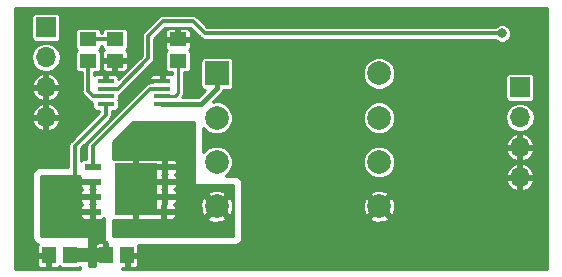
<source format=gbl>
G04 #@! TF.GenerationSoftware,KiCad,Pcbnew,5.0.0-rc2-unknown-r13164-44c1f578*
G04 #@! TF.CreationDate,2018-07-01T17:53:07+03:00*
G04 #@! TF.ProjectId,nixie-ps,6E697869652D70732E6B696361645F70,rev?*
G04 #@! TF.SameCoordinates,Original*
G04 #@! TF.FileFunction,Copper,L2,Bot,Signal*
G04 #@! TF.FilePolarity,Positive*
%FSLAX46Y46*%
G04 Gerber Fmt 4.6, Leading zero omitted, Abs format (unit mm)*
G04 Created by KiCad (PCBNEW 5.0.0-rc2-unknown-r13164-44c1f578) date Sun Jul  1 17:53:07 2018*
%MOMM*%
%LPD*%
G01*
G04 APERTURE LIST*
G04 #@! TA.AperFunction,SMDPad,CuDef*
%ADD10R,1.450000X0.450000*%
G04 #@! TD*
G04 #@! TA.AperFunction,SMDPad,CuDef*
%ADD11R,1.150000X1.450000*%
G04 #@! TD*
G04 #@! TA.AperFunction,ComponentPad*
%ADD12C,2.000000*%
G04 #@! TD*
G04 #@! TA.AperFunction,ComponentPad*
%ADD13R,2.000000X2.000000*%
G04 #@! TD*
G04 #@! TA.AperFunction,SMDPad,CuDef*
%ADD14R,1.350000X0.600000*%
G04 #@! TD*
G04 #@! TA.AperFunction,SMDPad,CuDef*
%ADD15R,3.545000X4.410000*%
G04 #@! TD*
G04 #@! TA.AperFunction,SMDPad,CuDef*
%ADD16R,1.450000X1.150000*%
G04 #@! TD*
G04 #@! TA.AperFunction,ComponentPad*
%ADD17R,1.700000X1.700000*%
G04 #@! TD*
G04 #@! TA.AperFunction,ComponentPad*
%ADD18O,1.700000X1.700000*%
G04 #@! TD*
G04 #@! TA.AperFunction,ViaPad*
%ADD19C,0.800000*%
G04 #@! TD*
G04 #@! TA.AperFunction,Conductor*
%ADD20C,0.400000*%
G04 #@! TD*
G04 #@! TA.AperFunction,Conductor*
%ADD21C,0.300000*%
G04 #@! TD*
G04 #@! TA.AperFunction,Conductor*
%ADD22C,1.200000*%
G04 #@! TD*
G04 #@! TA.AperFunction,Conductor*
%ADD23C,0.250000*%
G04 #@! TD*
G04 #@! TA.AperFunction,Conductor*
%ADD24C,0.254000*%
G04 #@! TD*
G04 APERTURE END LIST*
D10*
G04 #@! TO.P,U1,1*
G04 #@! TO.N,/ISEN*
X105128000Y-107584000D03*
G04 #@! TO.P,U1,2*
G04 #@! TO.N,/COMP*
X105128000Y-106934000D03*
G04 #@! TO.P,U1,3*
G04 #@! TO.N,/FB*
X105128000Y-106284000D03*
G04 #@! TO.P,U1,4*
G04 #@! TO.N,GND*
X105128000Y-105634000D03*
G04 #@! TO.P,U1,5*
X109928000Y-105634000D03*
G04 #@! TO.P,U1,6*
G04 #@! TO.N,/DR*
X109928000Y-106284000D03*
G04 #@! TO.P,U1,7*
G04 #@! TO.N,/FA*
X109928000Y-106934000D03*
G04 #@! TO.P,U1,8*
G04 #@! TO.N,/VIN*
X109928000Y-107584000D03*
G04 #@! TD*
D11*
G04 #@! TO.P,R5,1*
G04 #@! TO.N,/ISEN*
X102108000Y-120396000D03*
G04 #@! TO.P,R5,2*
G04 #@! TO.N,GND*
X100308000Y-120396000D03*
G04 #@! TD*
D12*
G04 #@! TO.P,T1,8*
G04 #@! TO.N,Net-(D1-Pad2)*
X128287000Y-105000000D03*
G04 #@! TO.P,T1,7*
G04 #@! TO.N,Net-(T1-Pad7)*
X128287000Y-108750000D03*
G04 #@! TO.P,T1,6*
G04 #@! TO.N,Net-(T1-Pad6)*
X128287000Y-112500000D03*
G04 #@! TO.P,T1,5*
G04 #@! TO.N,GND*
X128287000Y-116250000D03*
G04 #@! TO.P,T1,4*
G04 #@! TO.N,Net-(D2-Pad1)*
X114537000Y-116250000D03*
G04 #@! TO.P,T1,3*
G04 #@! TO.N,Net-(T1-Pad3)*
X114537000Y-112500000D03*
G04 #@! TO.P,T1,2*
G04 #@! TO.N,Net-(T1-Pad2)*
X114537000Y-108750000D03*
D13*
G04 #@! TO.P,T1,1*
G04 #@! TO.N,/VIN*
X114537000Y-105000000D03*
G04 #@! TD*
D14*
G04 #@! TO.P,Q1,8*
G04 #@! TO.N,Net-(D2-Pad1)*
X110048000Y-116713000D03*
G04 #@! TO.P,Q1,7*
X110096000Y-115443000D03*
G04 #@! TO.P,Q1,6*
X110096000Y-114173000D03*
G04 #@! TO.P,Q1,5*
X110143000Y-112903000D03*
D15*
X107696000Y-114808000D03*
D14*
G04 #@! TO.P,Q1,4*
G04 #@! TO.N,/DR*
X104028000Y-112903000D03*
G04 #@! TO.P,Q1,3*
G04 #@! TO.N,/ISEN*
X104028000Y-114173000D03*
G04 #@! TO.P,Q1,2*
X104028000Y-115443000D03*
G04 #@! TO.P,Q1,1*
X104028000Y-116713000D03*
G04 #@! TD*
D16*
G04 #@! TO.P,C3,1*
G04 #@! TO.N,/COMP*
X103632000Y-103908000D03*
G04 #@! TO.P,C3,2*
G04 #@! TO.N,Net-(C3-Pad2)*
X103632000Y-102108000D03*
G04 #@! TD*
D11*
G04 #@! TO.P,C4,1*
G04 #@! TO.N,/ISEN*
X105156000Y-120396000D03*
G04 #@! TO.P,C4,2*
G04 #@! TO.N,GND*
X106956000Y-120396000D03*
G04 #@! TD*
D16*
G04 #@! TO.P,R3,2*
G04 #@! TO.N,GND*
X105918000Y-103908000D03*
G04 #@! TO.P,R3,1*
G04 #@! TO.N,Net-(C3-Pad2)*
X105918000Y-102108000D03*
G04 #@! TD*
G04 #@! TO.P,R4,2*
G04 #@! TO.N,GND*
X111252000Y-102108000D03*
G04 #@! TO.P,R4,1*
G04 #@! TO.N,/FA*
X111252000Y-103908000D03*
G04 #@! TD*
D17*
G04 #@! TO.P,J1,1*
G04 #@! TO.N,/VIN*
X100076000Y-101092000D03*
D18*
G04 #@! TO.P,J1,2*
X100076000Y-103632000D03*
G04 #@! TO.P,J1,3*
G04 #@! TO.N,GND*
X100076000Y-106172000D03*
G04 #@! TO.P,J1,4*
X100076000Y-108712000D03*
G04 #@! TD*
G04 #@! TO.P,J2,4*
G04 #@! TO.N,GND*
X140208000Y-113792000D03*
G04 #@! TO.P,J2,3*
X140208000Y-111252000D03*
G04 #@! TO.P,J2,2*
G04 #@! TO.N,/VOUT*
X140208000Y-108712000D03*
D17*
G04 #@! TO.P,J2,1*
X140208000Y-106172000D03*
G04 #@! TD*
D19*
G04 #@! TO.N,GND*
X98298000Y-119761000D03*
X98298000Y-120967500D03*
X134366000Y-103949500D03*
X135763000Y-103949500D03*
X137033000Y-103949500D03*
X115316000Y-100330000D03*
X117094000Y-100330000D03*
X119126000Y-100330000D03*
X116332000Y-107950000D03*
X116332000Y-109474000D03*
X116332000Y-110998000D03*
X98298000Y-118618000D03*
X98298000Y-117348000D03*
X108458000Y-105156000D03*
X109474000Y-104394000D03*
X116332000Y-112522000D03*
X133096000Y-104000000D03*
G04 #@! TO.N,Net-(D2-Pad1)*
X106172000Y-111760000D03*
X107696000Y-111760000D03*
X109220000Y-111760000D03*
X110744000Y-111760000D03*
X111760000Y-111252000D03*
X111760000Y-112776000D03*
X111760000Y-114300000D03*
X113284000Y-114808000D03*
X111760000Y-115824000D03*
X112776000Y-115824000D03*
X112268000Y-118237000D03*
X112268000Y-116840000D03*
X106362500Y-118237000D03*
X107696000Y-118237000D03*
X109220000Y-118237000D03*
X110744000Y-118237000D03*
X113792000Y-118237000D03*
X115316000Y-118237000D03*
X108712000Y-110744000D03*
X110236000Y-110744000D03*
G04 #@! TO.N,/FB*
X138684000Y-101600000D03*
G04 #@! TO.N,/ISEN*
X100076000Y-115316000D03*
X101092000Y-115316000D03*
X102108000Y-115316000D03*
G04 #@! TD*
D20*
G04 #@! TO.N,/VIN*
X114537000Y-106250000D02*
X114537000Y-105000000D01*
X113203000Y-107584000D02*
X114537000Y-106250000D01*
X109928000Y-107584000D02*
X113203000Y-107584000D01*
D21*
G04 #@! TO.N,Net-(C3-Pad2)*
X105918000Y-102108000D02*
X103632000Y-102108000D01*
G04 #@! TO.N,/FB*
X138684000Y-101600000D02*
X113538000Y-101600000D01*
X112522000Y-100584000D02*
X109982000Y-100584000D01*
X113538000Y-101600000D02*
X112522000Y-100584000D01*
X109982000Y-100584000D02*
X108712000Y-101854000D01*
X106153000Y-106284000D02*
X105128000Y-106284000D01*
X108712000Y-103725000D02*
X106153000Y-106284000D01*
X108712000Y-101854000D02*
X108712000Y-103725000D01*
D22*
G04 #@! TO.N,/ISEN*
X102108000Y-120396000D02*
X105156000Y-120396000D01*
D21*
X102507999Y-114916001D02*
X102507999Y-111106001D01*
X102108000Y-115316000D02*
X102507999Y-114916001D01*
X105128000Y-108486000D02*
X105128000Y-107584000D01*
X102507999Y-111106001D02*
X105128000Y-108486000D01*
G04 #@! TO.N,/DR*
X104028000Y-112303000D02*
X104028000Y-112903000D01*
X104028000Y-111159000D02*
X104028000Y-112303000D01*
X108903000Y-106284000D02*
X104028000Y-111159000D01*
X109928000Y-106284000D02*
X108903000Y-106284000D01*
G04 #@! TO.N,/COMP*
X104103000Y-106934000D02*
X105128000Y-106934000D01*
X103632000Y-106463000D02*
X104103000Y-106934000D01*
X103632000Y-103654000D02*
X103632000Y-106463000D01*
D23*
G04 #@! TO.N,/FA*
X111252000Y-103770000D02*
X111252000Y-106680000D01*
X110998000Y-106934000D02*
X109928000Y-106934000D01*
X111252000Y-106680000D02*
X110998000Y-106934000D01*
G04 #@! TD*
D24*
G04 #@! TO.N,Net-(D2-Pad1)*
G36*
X112649000Y-114300000D02*
X112658667Y-114348601D01*
X112686197Y-114389803D01*
X112727399Y-114417333D01*
X112776000Y-114427000D01*
X115951000Y-114427000D01*
X115951000Y-118745000D01*
X105791000Y-118745000D01*
X105791000Y-117370508D01*
X105847715Y-117394000D01*
X107473750Y-117394000D01*
X107569000Y-117298750D01*
X107569000Y-114935000D01*
X107549000Y-114935000D01*
X107549000Y-114681000D01*
X107569000Y-114681000D01*
X107569000Y-112317250D01*
X107823000Y-112317250D01*
X107823000Y-114681000D01*
X107843000Y-114681000D01*
X107843000Y-114935000D01*
X107823000Y-114935000D01*
X107823000Y-117298750D01*
X107918250Y-117394000D01*
X109825750Y-117394000D01*
X109921000Y-117298750D01*
X109921000Y-116840000D01*
X110175000Y-116840000D01*
X110175000Y-117298750D01*
X110270250Y-117394000D01*
X110798785Y-117394000D01*
X110938819Y-117335996D01*
X111011073Y-117263742D01*
X113702863Y-117263742D01*
X113815485Y-117459146D01*
X114333126Y-117643217D01*
X114881806Y-117615184D01*
X115258515Y-117459146D01*
X115371137Y-117263742D01*
X114537000Y-116429605D01*
X113702863Y-117263742D01*
X111011073Y-117263742D01*
X111045996Y-117228820D01*
X111104000Y-117088786D01*
X111104000Y-116935250D01*
X111008750Y-116840000D01*
X110175000Y-116840000D01*
X109921000Y-116840000D01*
X109901000Y-116840000D01*
X109901000Y-116586000D01*
X109921000Y-116586000D01*
X109921000Y-116127250D01*
X110175000Y-116127250D01*
X110175000Y-116586000D01*
X111008750Y-116586000D01*
X111104000Y-116490750D01*
X111104000Y-116337214D01*
X111045996Y-116197180D01*
X110938819Y-116090004D01*
X110933839Y-116087941D01*
X110986819Y-116065996D01*
X111006689Y-116046126D01*
X113143783Y-116046126D01*
X113171816Y-116594806D01*
X113327854Y-116971515D01*
X113523258Y-117084137D01*
X114357395Y-116250000D01*
X114716605Y-116250000D01*
X115550742Y-117084137D01*
X115746146Y-116971515D01*
X115930217Y-116453874D01*
X115902184Y-115905194D01*
X115746146Y-115528485D01*
X115550742Y-115415863D01*
X114716605Y-116250000D01*
X114357395Y-116250000D01*
X113523258Y-115415863D01*
X113327854Y-115528485D01*
X113143783Y-116046126D01*
X111006689Y-116046126D01*
X111093996Y-115958820D01*
X111152000Y-115818786D01*
X111152000Y-115665250D01*
X111056750Y-115570000D01*
X110223000Y-115570000D01*
X110223000Y-116028750D01*
X110248250Y-116054000D01*
X110175000Y-116127250D01*
X109921000Y-116127250D01*
X109895750Y-116102000D01*
X109969000Y-116028750D01*
X109969000Y-115570000D01*
X109949000Y-115570000D01*
X109949000Y-115316000D01*
X109969000Y-115316000D01*
X109969000Y-114857250D01*
X109919750Y-114808000D01*
X109969000Y-114758750D01*
X109969000Y-114300000D01*
X110223000Y-114300000D01*
X110223000Y-114758750D01*
X110272250Y-114808000D01*
X110223000Y-114857250D01*
X110223000Y-115316000D01*
X111056750Y-115316000D01*
X111136492Y-115236258D01*
X113702863Y-115236258D01*
X114537000Y-116070395D01*
X115371137Y-115236258D01*
X115258515Y-115040854D01*
X114740874Y-114856783D01*
X114192194Y-114884816D01*
X113815485Y-115040854D01*
X113702863Y-115236258D01*
X111136492Y-115236258D01*
X111152000Y-115220750D01*
X111152000Y-115067214D01*
X111093996Y-114927180D01*
X110986819Y-114820004D01*
X110957839Y-114808000D01*
X110986819Y-114795996D01*
X111093996Y-114688820D01*
X111152000Y-114548786D01*
X111152000Y-114395250D01*
X111056750Y-114300000D01*
X110223000Y-114300000D01*
X109969000Y-114300000D01*
X109949000Y-114300000D01*
X109949000Y-114046000D01*
X109969000Y-114046000D01*
X109969000Y-113587250D01*
X110223000Y-113587250D01*
X110223000Y-114046000D01*
X111056750Y-114046000D01*
X111152000Y-113950750D01*
X111152000Y-113797214D01*
X111093996Y-113657180D01*
X110986819Y-113550004D01*
X110981339Y-113547734D01*
X111033819Y-113525996D01*
X111140996Y-113418820D01*
X111199000Y-113278786D01*
X111199000Y-113125250D01*
X111103750Y-113030000D01*
X110270000Y-113030000D01*
X110270000Y-113488750D01*
X110295750Y-113514500D01*
X110223000Y-113587250D01*
X109969000Y-113587250D01*
X109943250Y-113561500D01*
X110016000Y-113488750D01*
X110016000Y-113030000D01*
X109996000Y-113030000D01*
X109996000Y-112776000D01*
X110016000Y-112776000D01*
X110016000Y-112317250D01*
X110270000Y-112317250D01*
X110270000Y-112776000D01*
X111103750Y-112776000D01*
X111199000Y-112680750D01*
X111199000Y-112527214D01*
X111140996Y-112387180D01*
X111033819Y-112280004D01*
X110893785Y-112222000D01*
X110365250Y-112222000D01*
X110270000Y-112317250D01*
X110016000Y-112317250D01*
X109920750Y-112222000D01*
X107918250Y-112222000D01*
X107823000Y-112317250D01*
X107569000Y-112317250D01*
X107473750Y-112222000D01*
X105847715Y-112222000D01*
X105791000Y-112245492D01*
X105791000Y-110796606D01*
X107494606Y-109093000D01*
X112649000Y-109093000D01*
X112649000Y-114300000D01*
X112649000Y-114300000D01*
G37*
X112649000Y-114300000D02*
X112658667Y-114348601D01*
X112686197Y-114389803D01*
X112727399Y-114417333D01*
X112776000Y-114427000D01*
X115951000Y-114427000D01*
X115951000Y-118745000D01*
X105791000Y-118745000D01*
X105791000Y-117370508D01*
X105847715Y-117394000D01*
X107473750Y-117394000D01*
X107569000Y-117298750D01*
X107569000Y-114935000D01*
X107549000Y-114935000D01*
X107549000Y-114681000D01*
X107569000Y-114681000D01*
X107569000Y-112317250D01*
X107823000Y-112317250D01*
X107823000Y-114681000D01*
X107843000Y-114681000D01*
X107843000Y-114935000D01*
X107823000Y-114935000D01*
X107823000Y-117298750D01*
X107918250Y-117394000D01*
X109825750Y-117394000D01*
X109921000Y-117298750D01*
X109921000Y-116840000D01*
X110175000Y-116840000D01*
X110175000Y-117298750D01*
X110270250Y-117394000D01*
X110798785Y-117394000D01*
X110938819Y-117335996D01*
X111011073Y-117263742D01*
X113702863Y-117263742D01*
X113815485Y-117459146D01*
X114333126Y-117643217D01*
X114881806Y-117615184D01*
X115258515Y-117459146D01*
X115371137Y-117263742D01*
X114537000Y-116429605D01*
X113702863Y-117263742D01*
X111011073Y-117263742D01*
X111045996Y-117228820D01*
X111104000Y-117088786D01*
X111104000Y-116935250D01*
X111008750Y-116840000D01*
X110175000Y-116840000D01*
X109921000Y-116840000D01*
X109901000Y-116840000D01*
X109901000Y-116586000D01*
X109921000Y-116586000D01*
X109921000Y-116127250D01*
X110175000Y-116127250D01*
X110175000Y-116586000D01*
X111008750Y-116586000D01*
X111104000Y-116490750D01*
X111104000Y-116337214D01*
X111045996Y-116197180D01*
X110938819Y-116090004D01*
X110933839Y-116087941D01*
X110986819Y-116065996D01*
X111006689Y-116046126D01*
X113143783Y-116046126D01*
X113171816Y-116594806D01*
X113327854Y-116971515D01*
X113523258Y-117084137D01*
X114357395Y-116250000D01*
X114716605Y-116250000D01*
X115550742Y-117084137D01*
X115746146Y-116971515D01*
X115930217Y-116453874D01*
X115902184Y-115905194D01*
X115746146Y-115528485D01*
X115550742Y-115415863D01*
X114716605Y-116250000D01*
X114357395Y-116250000D01*
X113523258Y-115415863D01*
X113327854Y-115528485D01*
X113143783Y-116046126D01*
X111006689Y-116046126D01*
X111093996Y-115958820D01*
X111152000Y-115818786D01*
X111152000Y-115665250D01*
X111056750Y-115570000D01*
X110223000Y-115570000D01*
X110223000Y-116028750D01*
X110248250Y-116054000D01*
X110175000Y-116127250D01*
X109921000Y-116127250D01*
X109895750Y-116102000D01*
X109969000Y-116028750D01*
X109969000Y-115570000D01*
X109949000Y-115570000D01*
X109949000Y-115316000D01*
X109969000Y-115316000D01*
X109969000Y-114857250D01*
X109919750Y-114808000D01*
X109969000Y-114758750D01*
X109969000Y-114300000D01*
X110223000Y-114300000D01*
X110223000Y-114758750D01*
X110272250Y-114808000D01*
X110223000Y-114857250D01*
X110223000Y-115316000D01*
X111056750Y-115316000D01*
X111136492Y-115236258D01*
X113702863Y-115236258D01*
X114537000Y-116070395D01*
X115371137Y-115236258D01*
X115258515Y-115040854D01*
X114740874Y-114856783D01*
X114192194Y-114884816D01*
X113815485Y-115040854D01*
X113702863Y-115236258D01*
X111136492Y-115236258D01*
X111152000Y-115220750D01*
X111152000Y-115067214D01*
X111093996Y-114927180D01*
X110986819Y-114820004D01*
X110957839Y-114808000D01*
X110986819Y-114795996D01*
X111093996Y-114688820D01*
X111152000Y-114548786D01*
X111152000Y-114395250D01*
X111056750Y-114300000D01*
X110223000Y-114300000D01*
X109969000Y-114300000D01*
X109949000Y-114300000D01*
X109949000Y-114046000D01*
X109969000Y-114046000D01*
X109969000Y-113587250D01*
X110223000Y-113587250D01*
X110223000Y-114046000D01*
X111056750Y-114046000D01*
X111152000Y-113950750D01*
X111152000Y-113797214D01*
X111093996Y-113657180D01*
X110986819Y-113550004D01*
X110981339Y-113547734D01*
X111033819Y-113525996D01*
X111140996Y-113418820D01*
X111199000Y-113278786D01*
X111199000Y-113125250D01*
X111103750Y-113030000D01*
X110270000Y-113030000D01*
X110270000Y-113488750D01*
X110295750Y-113514500D01*
X110223000Y-113587250D01*
X109969000Y-113587250D01*
X109943250Y-113561500D01*
X110016000Y-113488750D01*
X110016000Y-113030000D01*
X109996000Y-113030000D01*
X109996000Y-112776000D01*
X110016000Y-112776000D01*
X110016000Y-112317250D01*
X110270000Y-112317250D01*
X110270000Y-112776000D01*
X111103750Y-112776000D01*
X111199000Y-112680750D01*
X111199000Y-112527214D01*
X111140996Y-112387180D01*
X111033819Y-112280004D01*
X110893785Y-112222000D01*
X110365250Y-112222000D01*
X110270000Y-112317250D01*
X110016000Y-112317250D01*
X109920750Y-112222000D01*
X107918250Y-112222000D01*
X107823000Y-112317250D01*
X107569000Y-112317250D01*
X107473750Y-112222000D01*
X105847715Y-112222000D01*
X105791000Y-112245492D01*
X105791000Y-110796606D01*
X107494606Y-109093000D01*
X112649000Y-109093000D01*
X112649000Y-114300000D01*
G04 #@! TO.N,/ISEN*
G36*
X102999603Y-113730575D02*
X102972000Y-113797214D01*
X102972000Y-113950750D01*
X103067250Y-114046000D01*
X103901000Y-114046000D01*
X103901000Y-114026000D01*
X104155000Y-114026000D01*
X104155000Y-114046000D01*
X104175000Y-114046000D01*
X104175000Y-114300000D01*
X104155000Y-114300000D01*
X104155000Y-114758750D01*
X104204250Y-114808000D01*
X104155000Y-114857250D01*
X104155000Y-115316000D01*
X104175000Y-115316000D01*
X104175000Y-115570000D01*
X104155000Y-115570000D01*
X104155000Y-116028750D01*
X104204250Y-116078000D01*
X104155000Y-116127250D01*
X104155000Y-116586000D01*
X104175000Y-116586000D01*
X104175000Y-116840000D01*
X104155000Y-116840000D01*
X104155000Y-117298750D01*
X104250250Y-117394000D01*
X104778785Y-117394000D01*
X104918819Y-117335996D01*
X105025996Y-117228820D01*
X105029000Y-117221568D01*
X105029000Y-119126000D01*
X105038667Y-119174601D01*
X105066197Y-119215803D01*
X105107399Y-119243333D01*
X105156000Y-119253000D01*
X105169542Y-119253000D01*
X105214987Y-119321013D01*
X105294265Y-119373985D01*
X105283000Y-119385250D01*
X105283000Y-120269000D01*
X105303000Y-120269000D01*
X105303000Y-120523000D01*
X105283000Y-120523000D01*
X105283000Y-120543000D01*
X105029000Y-120543000D01*
X105029000Y-120523000D01*
X104295250Y-120523000D01*
X104200000Y-120618250D01*
X104200000Y-121196785D01*
X104238611Y-121290000D01*
X103759000Y-121290000D01*
X103759000Y-119595215D01*
X104200000Y-119595215D01*
X104200000Y-120173750D01*
X104295250Y-120269000D01*
X105029000Y-120269000D01*
X105029000Y-119385250D01*
X104933750Y-119290000D01*
X104505214Y-119290000D01*
X104365180Y-119348004D01*
X104258004Y-119455181D01*
X104200000Y-119595215D01*
X103759000Y-119595215D01*
X103759000Y-118872000D01*
X103749333Y-118823399D01*
X103721803Y-118782197D01*
X103680601Y-118754667D01*
X103632000Y-118745000D01*
X99695000Y-118745000D01*
X99695000Y-116935250D01*
X102972000Y-116935250D01*
X102972000Y-117088786D01*
X103030004Y-117228820D01*
X103137181Y-117335996D01*
X103277215Y-117394000D01*
X103805750Y-117394000D01*
X103901000Y-117298750D01*
X103901000Y-116840000D01*
X103067250Y-116840000D01*
X102972000Y-116935250D01*
X99695000Y-116935250D01*
X99695000Y-115665250D01*
X102972000Y-115665250D01*
X102972000Y-115818786D01*
X103030004Y-115958820D01*
X103137181Y-116065996D01*
X103166161Y-116078000D01*
X103137181Y-116090004D01*
X103030004Y-116197180D01*
X102972000Y-116337214D01*
X102972000Y-116490750D01*
X103067250Y-116586000D01*
X103901000Y-116586000D01*
X103901000Y-116127250D01*
X103851750Y-116078000D01*
X103901000Y-116028750D01*
X103901000Y-115570000D01*
X103067250Y-115570000D01*
X102972000Y-115665250D01*
X99695000Y-115665250D01*
X99695000Y-114395250D01*
X102972000Y-114395250D01*
X102972000Y-114548786D01*
X103030004Y-114688820D01*
X103137181Y-114795996D01*
X103166161Y-114808000D01*
X103137181Y-114820004D01*
X103030004Y-114927180D01*
X102972000Y-115067214D01*
X102972000Y-115220750D01*
X103067250Y-115316000D01*
X103901000Y-115316000D01*
X103901000Y-114857250D01*
X103851750Y-114808000D01*
X103901000Y-114758750D01*
X103901000Y-114300000D01*
X103067250Y-114300000D01*
X102972000Y-114395250D01*
X99695000Y-114395250D01*
X99695000Y-113665000D01*
X102901463Y-113665000D01*
X102999603Y-113730575D01*
X102999603Y-113730575D01*
G37*
X102999603Y-113730575D02*
X102972000Y-113797214D01*
X102972000Y-113950750D01*
X103067250Y-114046000D01*
X103901000Y-114046000D01*
X103901000Y-114026000D01*
X104155000Y-114026000D01*
X104155000Y-114046000D01*
X104175000Y-114046000D01*
X104175000Y-114300000D01*
X104155000Y-114300000D01*
X104155000Y-114758750D01*
X104204250Y-114808000D01*
X104155000Y-114857250D01*
X104155000Y-115316000D01*
X104175000Y-115316000D01*
X104175000Y-115570000D01*
X104155000Y-115570000D01*
X104155000Y-116028750D01*
X104204250Y-116078000D01*
X104155000Y-116127250D01*
X104155000Y-116586000D01*
X104175000Y-116586000D01*
X104175000Y-116840000D01*
X104155000Y-116840000D01*
X104155000Y-117298750D01*
X104250250Y-117394000D01*
X104778785Y-117394000D01*
X104918819Y-117335996D01*
X105025996Y-117228820D01*
X105029000Y-117221568D01*
X105029000Y-119126000D01*
X105038667Y-119174601D01*
X105066197Y-119215803D01*
X105107399Y-119243333D01*
X105156000Y-119253000D01*
X105169542Y-119253000D01*
X105214987Y-119321013D01*
X105294265Y-119373985D01*
X105283000Y-119385250D01*
X105283000Y-120269000D01*
X105303000Y-120269000D01*
X105303000Y-120523000D01*
X105283000Y-120523000D01*
X105283000Y-120543000D01*
X105029000Y-120543000D01*
X105029000Y-120523000D01*
X104295250Y-120523000D01*
X104200000Y-120618250D01*
X104200000Y-121196785D01*
X104238611Y-121290000D01*
X103759000Y-121290000D01*
X103759000Y-119595215D01*
X104200000Y-119595215D01*
X104200000Y-120173750D01*
X104295250Y-120269000D01*
X105029000Y-120269000D01*
X105029000Y-119385250D01*
X104933750Y-119290000D01*
X104505214Y-119290000D01*
X104365180Y-119348004D01*
X104258004Y-119455181D01*
X104200000Y-119595215D01*
X103759000Y-119595215D01*
X103759000Y-118872000D01*
X103749333Y-118823399D01*
X103721803Y-118782197D01*
X103680601Y-118754667D01*
X103632000Y-118745000D01*
X99695000Y-118745000D01*
X99695000Y-116935250D01*
X102972000Y-116935250D01*
X102972000Y-117088786D01*
X103030004Y-117228820D01*
X103137181Y-117335996D01*
X103277215Y-117394000D01*
X103805750Y-117394000D01*
X103901000Y-117298750D01*
X103901000Y-116840000D01*
X103067250Y-116840000D01*
X102972000Y-116935250D01*
X99695000Y-116935250D01*
X99695000Y-115665250D01*
X102972000Y-115665250D01*
X102972000Y-115818786D01*
X103030004Y-115958820D01*
X103137181Y-116065996D01*
X103166161Y-116078000D01*
X103137181Y-116090004D01*
X103030004Y-116197180D01*
X102972000Y-116337214D01*
X102972000Y-116490750D01*
X103067250Y-116586000D01*
X103901000Y-116586000D01*
X103901000Y-116127250D01*
X103851750Y-116078000D01*
X103901000Y-116028750D01*
X103901000Y-115570000D01*
X103067250Y-115570000D01*
X102972000Y-115665250D01*
X99695000Y-115665250D01*
X99695000Y-114395250D01*
X102972000Y-114395250D01*
X102972000Y-114548786D01*
X103030004Y-114688820D01*
X103137181Y-114795996D01*
X103166161Y-114808000D01*
X103137181Y-114820004D01*
X103030004Y-114927180D01*
X102972000Y-115067214D01*
X102972000Y-115220750D01*
X103067250Y-115316000D01*
X103901000Y-115316000D01*
X103901000Y-114857250D01*
X103851750Y-114808000D01*
X103901000Y-114758750D01*
X103901000Y-114300000D01*
X103067250Y-114300000D01*
X102972000Y-114395250D01*
X99695000Y-114395250D01*
X99695000Y-113665000D01*
X102901463Y-113665000D01*
X102999603Y-113730575D01*
G04 #@! TO.N,GND*
G36*
X142544001Y-121544000D02*
X106553000Y-121544000D01*
X106553000Y-121502000D01*
X106733750Y-121502000D01*
X106829000Y-121406750D01*
X106829000Y-120523000D01*
X107083000Y-120523000D01*
X107083000Y-121406750D01*
X107178250Y-121502000D01*
X107606786Y-121502000D01*
X107746820Y-121443996D01*
X107853996Y-121336819D01*
X107912000Y-121196785D01*
X107912000Y-120618250D01*
X107816750Y-120523000D01*
X107083000Y-120523000D01*
X106829000Y-120523000D01*
X106809000Y-120523000D01*
X106809000Y-120269000D01*
X106829000Y-120269000D01*
X106829000Y-120249000D01*
X107083000Y-120249000D01*
X107083000Y-120269000D01*
X107816750Y-120269000D01*
X107912000Y-120173750D01*
X107912000Y-119595215D01*
X107875460Y-119507000D01*
X116078000Y-119507000D01*
X116321004Y-119458664D01*
X116527013Y-119321013D01*
X116664664Y-119115004D01*
X116713000Y-118872000D01*
X116713000Y-117263742D01*
X127452863Y-117263742D01*
X127565485Y-117459146D01*
X128083126Y-117643217D01*
X128631806Y-117615184D01*
X129008515Y-117459146D01*
X129121137Y-117263742D01*
X128287000Y-116429605D01*
X127452863Y-117263742D01*
X116713000Y-117263742D01*
X116713000Y-116046126D01*
X126893783Y-116046126D01*
X126921816Y-116594806D01*
X127077854Y-116971515D01*
X127273258Y-117084137D01*
X128107395Y-116250000D01*
X128466605Y-116250000D01*
X129300742Y-117084137D01*
X129496146Y-116971515D01*
X129680217Y-116453874D01*
X129652184Y-115905194D01*
X129496146Y-115528485D01*
X129300742Y-115415863D01*
X128466605Y-116250000D01*
X128107395Y-116250000D01*
X127273258Y-115415863D01*
X127077854Y-115528485D01*
X126893783Y-116046126D01*
X116713000Y-116046126D01*
X116713000Y-115236258D01*
X127452863Y-115236258D01*
X128287000Y-116070395D01*
X129121137Y-115236258D01*
X129008515Y-115040854D01*
X128490874Y-114856783D01*
X127942194Y-114884816D01*
X127565485Y-115040854D01*
X127452863Y-115236258D01*
X116713000Y-115236258D01*
X116713000Y-114300000D01*
X116675005Y-114108980D01*
X139018511Y-114108980D01*
X139142755Y-114408964D01*
X139459944Y-114769652D01*
X139891018Y-114981501D01*
X140081000Y-114921193D01*
X140081000Y-113919000D01*
X140335000Y-113919000D01*
X140335000Y-114921193D01*
X140524982Y-114981501D01*
X140956056Y-114769652D01*
X141273245Y-114408964D01*
X141397489Y-114108980D01*
X141336627Y-113919000D01*
X140335000Y-113919000D01*
X140081000Y-113919000D01*
X139079373Y-113919000D01*
X139018511Y-114108980D01*
X116675005Y-114108980D01*
X116664664Y-114056996D01*
X116527013Y-113850987D01*
X116321004Y-113713336D01*
X116078000Y-113665000D01*
X115325028Y-113665000D01*
X115707755Y-113282273D01*
X115918000Y-112774698D01*
X115918000Y-112225302D01*
X126906000Y-112225302D01*
X126906000Y-112774698D01*
X127116245Y-113282273D01*
X127504727Y-113670755D01*
X128012302Y-113881000D01*
X128561698Y-113881000D01*
X129069273Y-113670755D01*
X129265008Y-113475020D01*
X139018511Y-113475020D01*
X139079373Y-113665000D01*
X140081000Y-113665000D01*
X140081000Y-112662807D01*
X140335000Y-112662807D01*
X140335000Y-113665000D01*
X141336627Y-113665000D01*
X141397489Y-113475020D01*
X141273245Y-113175036D01*
X140956056Y-112814348D01*
X140524982Y-112602499D01*
X140335000Y-112662807D01*
X140081000Y-112662807D01*
X139891018Y-112602499D01*
X139459944Y-112814348D01*
X139142755Y-113175036D01*
X139018511Y-113475020D01*
X129265008Y-113475020D01*
X129457755Y-113282273D01*
X129668000Y-112774698D01*
X129668000Y-112225302D01*
X129457755Y-111717727D01*
X129309008Y-111568980D01*
X139018511Y-111568980D01*
X139142755Y-111868964D01*
X139459944Y-112229652D01*
X139891018Y-112441501D01*
X140081000Y-112381193D01*
X140081000Y-111379000D01*
X140335000Y-111379000D01*
X140335000Y-112381193D01*
X140524982Y-112441501D01*
X140956056Y-112229652D01*
X141273245Y-111868964D01*
X141397489Y-111568980D01*
X141336627Y-111379000D01*
X140335000Y-111379000D01*
X140081000Y-111379000D01*
X139079373Y-111379000D01*
X139018511Y-111568980D01*
X129309008Y-111568980D01*
X129069273Y-111329245D01*
X128561698Y-111119000D01*
X128012302Y-111119000D01*
X127504727Y-111329245D01*
X127116245Y-111717727D01*
X126906000Y-112225302D01*
X115918000Y-112225302D01*
X115707755Y-111717727D01*
X115319273Y-111329245D01*
X114811698Y-111119000D01*
X114262302Y-111119000D01*
X113754727Y-111329245D01*
X113411000Y-111672972D01*
X113411000Y-110935020D01*
X139018511Y-110935020D01*
X139079373Y-111125000D01*
X140081000Y-111125000D01*
X140081000Y-110122807D01*
X140335000Y-110122807D01*
X140335000Y-111125000D01*
X141336627Y-111125000D01*
X141397489Y-110935020D01*
X141273245Y-110635036D01*
X140956056Y-110274348D01*
X140524982Y-110062499D01*
X140335000Y-110122807D01*
X140081000Y-110122807D01*
X139891018Y-110062499D01*
X139459944Y-110274348D01*
X139142755Y-110635036D01*
X139018511Y-110935020D01*
X113411000Y-110935020D01*
X113411000Y-109577028D01*
X113754727Y-109920755D01*
X114262302Y-110131000D01*
X114811698Y-110131000D01*
X115319273Y-109920755D01*
X115707755Y-109532273D01*
X115918000Y-109024698D01*
X115918000Y-108475302D01*
X126906000Y-108475302D01*
X126906000Y-109024698D01*
X127116245Y-109532273D01*
X127504727Y-109920755D01*
X128012302Y-110131000D01*
X128561698Y-110131000D01*
X129069273Y-109920755D01*
X129457755Y-109532273D01*
X129668000Y-109024698D01*
X129668000Y-108712000D01*
X138952884Y-108712000D01*
X139048424Y-109192312D01*
X139320499Y-109599501D01*
X139727688Y-109871576D01*
X140086761Y-109943000D01*
X140329239Y-109943000D01*
X140688312Y-109871576D01*
X141095501Y-109599501D01*
X141367576Y-109192312D01*
X141463116Y-108712000D01*
X141367576Y-108231688D01*
X141095501Y-107824499D01*
X140688312Y-107552424D01*
X140329239Y-107481000D01*
X140086761Y-107481000D01*
X139727688Y-107552424D01*
X139320499Y-107824499D01*
X139048424Y-108231688D01*
X138952884Y-108712000D01*
X129668000Y-108712000D01*
X129668000Y-108475302D01*
X129457755Y-107967727D01*
X129069273Y-107579245D01*
X128561698Y-107369000D01*
X128012302Y-107369000D01*
X127504727Y-107579245D01*
X127116245Y-107967727D01*
X126906000Y-108475302D01*
X115918000Y-108475302D01*
X115707755Y-107967727D01*
X115319273Y-107579245D01*
X114811698Y-107369000D01*
X114262302Y-107369000D01*
X114223645Y-107385012D01*
X114907368Y-106701289D01*
X114955877Y-106668877D01*
X114994254Y-106611443D01*
X115084290Y-106476695D01*
X115093976Y-106428000D01*
X115101840Y-106388464D01*
X115537000Y-106388464D01*
X115685659Y-106358894D01*
X115811686Y-106274686D01*
X115895894Y-106148659D01*
X115925464Y-106000000D01*
X115925464Y-104725302D01*
X126906000Y-104725302D01*
X126906000Y-105274698D01*
X127116245Y-105782273D01*
X127504727Y-106170755D01*
X128012302Y-106381000D01*
X128561698Y-106381000D01*
X129069273Y-106170755D01*
X129457755Y-105782273D01*
X129648406Y-105322000D01*
X138969536Y-105322000D01*
X138969536Y-107022000D01*
X138999106Y-107170659D01*
X139083314Y-107296686D01*
X139209341Y-107380894D01*
X139358000Y-107410464D01*
X141058000Y-107410464D01*
X141206659Y-107380894D01*
X141332686Y-107296686D01*
X141416894Y-107170659D01*
X141446464Y-107022000D01*
X141446464Y-105322000D01*
X141416894Y-105173341D01*
X141332686Y-105047314D01*
X141206659Y-104963106D01*
X141058000Y-104933536D01*
X139358000Y-104933536D01*
X139209341Y-104963106D01*
X139083314Y-105047314D01*
X138999106Y-105173341D01*
X138969536Y-105322000D01*
X129648406Y-105322000D01*
X129668000Y-105274698D01*
X129668000Y-104725302D01*
X129457755Y-104217727D01*
X129069273Y-103829245D01*
X128561698Y-103619000D01*
X128012302Y-103619000D01*
X127504727Y-103829245D01*
X127116245Y-104217727D01*
X126906000Y-104725302D01*
X115925464Y-104725302D01*
X115925464Y-104000000D01*
X115895894Y-103851341D01*
X115811686Y-103725314D01*
X115685659Y-103641106D01*
X115537000Y-103611536D01*
X113537000Y-103611536D01*
X113388341Y-103641106D01*
X113262314Y-103725314D01*
X113178106Y-103851341D01*
X113148536Y-104000000D01*
X113148536Y-106000000D01*
X113178106Y-106148659D01*
X113262314Y-106274686D01*
X113388341Y-106358894D01*
X113537000Y-106388464D01*
X113576878Y-106388464D01*
X112962343Y-107003000D01*
X111644740Y-107003000D01*
X111728641Y-106877431D01*
X111758000Y-106729835D01*
X111767913Y-106680001D01*
X111758000Y-106630167D01*
X111758000Y-104871464D01*
X111977000Y-104871464D01*
X112125659Y-104841894D01*
X112251686Y-104757686D01*
X112335894Y-104631659D01*
X112365464Y-104483000D01*
X112365464Y-103333000D01*
X112335894Y-103184341D01*
X112251686Y-103058314D01*
X112180823Y-103010965D01*
X112192819Y-103005996D01*
X112299996Y-102898820D01*
X112358000Y-102758786D01*
X112358000Y-102330250D01*
X112262750Y-102235000D01*
X111379000Y-102235000D01*
X111379000Y-102255000D01*
X111125000Y-102255000D01*
X111125000Y-102235000D01*
X110241250Y-102235000D01*
X110146000Y-102330250D01*
X110146000Y-102758786D01*
X110204004Y-102898820D01*
X110311181Y-103005996D01*
X110323177Y-103010965D01*
X110252314Y-103058314D01*
X110168106Y-103184341D01*
X110138536Y-103333000D01*
X110138536Y-104483000D01*
X110168106Y-104631659D01*
X110252314Y-104757686D01*
X110378341Y-104841894D01*
X110527000Y-104871464D01*
X110746000Y-104871464D01*
X110746000Y-105035131D01*
X110728785Y-105028000D01*
X110150250Y-105028000D01*
X110055000Y-105123250D01*
X110055000Y-105521500D01*
X110075000Y-105521500D01*
X110075000Y-105670536D01*
X109203000Y-105670536D01*
X109054341Y-105700106D01*
X108984907Y-105746500D01*
X108922611Y-105746500D01*
X108902999Y-105742599D01*
X108850709Y-105753000D01*
X108850706Y-105753000D01*
X108703541Y-105782273D01*
X108695814Y-105783810D01*
X108589241Y-105855020D01*
X108520171Y-105901171D01*
X108490550Y-105945502D01*
X103689505Y-110746548D01*
X103645171Y-110776171D01*
X103527810Y-110951815D01*
X103497000Y-111106707D01*
X103497000Y-111106710D01*
X103486599Y-111159000D01*
X103497000Y-111211291D01*
X103497001Y-112214536D01*
X103353000Y-112214536D01*
X103204341Y-112244106D01*
X103078314Y-112328314D01*
X103038999Y-112387153D01*
X103038999Y-111325948D01*
X105466498Y-108898450D01*
X105510829Y-108868829D01*
X105628190Y-108693186D01*
X105659000Y-108538294D01*
X105659000Y-108538293D01*
X105669402Y-108486000D01*
X105659000Y-108433706D01*
X105659000Y-108197464D01*
X105853000Y-108197464D01*
X106001659Y-108167894D01*
X106127686Y-108083686D01*
X106211894Y-107957659D01*
X106241464Y-107809000D01*
X106241464Y-107359000D01*
X106221573Y-107259000D01*
X106241464Y-107159000D01*
X106241464Y-106807805D01*
X106360186Y-106784190D01*
X106535829Y-106666829D01*
X106565452Y-106622495D01*
X107854733Y-105333214D01*
X108822000Y-105333214D01*
X108822000Y-105426250D01*
X108917250Y-105521500D01*
X109801000Y-105521500D01*
X109801000Y-105123250D01*
X109705750Y-105028000D01*
X109127215Y-105028000D01*
X108987181Y-105086004D01*
X108880004Y-105193180D01*
X108822000Y-105333214D01*
X107854733Y-105333214D01*
X109050495Y-104137452D01*
X109094829Y-104107829D01*
X109212190Y-103932186D01*
X109243000Y-103777294D01*
X109253402Y-103725000D01*
X109243000Y-103672706D01*
X109243000Y-102073947D01*
X109859733Y-101457214D01*
X110146000Y-101457214D01*
X110146000Y-101885750D01*
X110241250Y-101981000D01*
X111125000Y-101981000D01*
X111125000Y-101247250D01*
X111379000Y-101247250D01*
X111379000Y-101981000D01*
X112262750Y-101981000D01*
X112358000Y-101885750D01*
X112358000Y-101457214D01*
X112299996Y-101317180D01*
X112192819Y-101210004D01*
X112052785Y-101152000D01*
X111474250Y-101152000D01*
X111379000Y-101247250D01*
X111125000Y-101247250D01*
X111029750Y-101152000D01*
X110451215Y-101152000D01*
X110311181Y-101210004D01*
X110204004Y-101317180D01*
X110146000Y-101457214D01*
X109859733Y-101457214D01*
X110201947Y-101115000D01*
X112302053Y-101115000D01*
X113125550Y-101938498D01*
X113155171Y-101982829D01*
X113199502Y-102012450D01*
X113199503Y-102012451D01*
X113272439Y-102061185D01*
X113330814Y-102100190D01*
X113485706Y-102131000D01*
X113485710Y-102131000D01*
X113538000Y-102141401D01*
X113590290Y-102131000D01*
X138110499Y-102131000D01*
X138241599Y-102262100D01*
X138528649Y-102381000D01*
X138839351Y-102381000D01*
X139126401Y-102262100D01*
X139346100Y-102042401D01*
X139465000Y-101755351D01*
X139465000Y-101444649D01*
X139346100Y-101157599D01*
X139126401Y-100937900D01*
X138839351Y-100819000D01*
X138528649Y-100819000D01*
X138241599Y-100937900D01*
X138110499Y-101069000D01*
X113757948Y-101069000D01*
X112934452Y-100245505D01*
X112904829Y-100201171D01*
X112729186Y-100083810D01*
X112574294Y-100053000D01*
X112574290Y-100053000D01*
X112522000Y-100042599D01*
X112469710Y-100053000D01*
X110034289Y-100053000D01*
X109981999Y-100042599D01*
X109929709Y-100053000D01*
X109929706Y-100053000D01*
X109774814Y-100083810D01*
X109599171Y-100201171D01*
X109569548Y-100245505D01*
X108373505Y-101441548D01*
X108329171Y-101471171D01*
X108211810Y-101646815D01*
X108181000Y-101801707D01*
X108181000Y-101801710D01*
X108170599Y-101854000D01*
X108181000Y-101906290D01*
X108181001Y-103505052D01*
X106179055Y-105506998D01*
X106153252Y-105506998D01*
X106234000Y-105426250D01*
X106234000Y-105333214D01*
X106175996Y-105193180D01*
X106068819Y-105086004D01*
X105928785Y-105028000D01*
X105350250Y-105028000D01*
X105255000Y-105123250D01*
X105255000Y-105521500D01*
X105275000Y-105521500D01*
X105275000Y-105670536D01*
X104981000Y-105670536D01*
X104981000Y-105521500D01*
X105001000Y-105521500D01*
X105001000Y-105123250D01*
X104905750Y-105028000D01*
X104327215Y-105028000D01*
X104187181Y-105086004D01*
X104163000Y-105110185D01*
X104163000Y-104871464D01*
X104357000Y-104871464D01*
X104505659Y-104841894D01*
X104631686Y-104757686D01*
X104715894Y-104631659D01*
X104745464Y-104483000D01*
X104745464Y-104130250D01*
X104812000Y-104130250D01*
X104812000Y-104558786D01*
X104870004Y-104698820D01*
X104977181Y-104805996D01*
X105117215Y-104864000D01*
X105695750Y-104864000D01*
X105791000Y-104768750D01*
X105791000Y-104035000D01*
X106045000Y-104035000D01*
X106045000Y-104768750D01*
X106140250Y-104864000D01*
X106718785Y-104864000D01*
X106858819Y-104805996D01*
X106965996Y-104698820D01*
X107024000Y-104558786D01*
X107024000Y-104130250D01*
X106928750Y-104035000D01*
X106045000Y-104035000D01*
X105791000Y-104035000D01*
X104907250Y-104035000D01*
X104812000Y-104130250D01*
X104745464Y-104130250D01*
X104745464Y-103333000D01*
X104715894Y-103184341D01*
X104631686Y-103058314D01*
X104556385Y-103008000D01*
X104631686Y-102957686D01*
X104715894Y-102831659D01*
X104745464Y-102683000D01*
X104745464Y-102639000D01*
X104804536Y-102639000D01*
X104804536Y-102683000D01*
X104834106Y-102831659D01*
X104918314Y-102957686D01*
X104989177Y-103005035D01*
X104977181Y-103010004D01*
X104870004Y-103117180D01*
X104812000Y-103257214D01*
X104812000Y-103685750D01*
X104907250Y-103781000D01*
X105791000Y-103781000D01*
X105791000Y-103761000D01*
X106045000Y-103761000D01*
X106045000Y-103781000D01*
X106928750Y-103781000D01*
X107024000Y-103685750D01*
X107024000Y-103257214D01*
X106965996Y-103117180D01*
X106858819Y-103010004D01*
X106846823Y-103005035D01*
X106917686Y-102957686D01*
X107001894Y-102831659D01*
X107031464Y-102683000D01*
X107031464Y-101533000D01*
X107001894Y-101384341D01*
X106917686Y-101258314D01*
X106791659Y-101174106D01*
X106643000Y-101144536D01*
X105193000Y-101144536D01*
X105044341Y-101174106D01*
X104918314Y-101258314D01*
X104834106Y-101384341D01*
X104804536Y-101533000D01*
X104804536Y-101577000D01*
X104745464Y-101577000D01*
X104745464Y-101533000D01*
X104715894Y-101384341D01*
X104631686Y-101258314D01*
X104505659Y-101174106D01*
X104357000Y-101144536D01*
X102907000Y-101144536D01*
X102758341Y-101174106D01*
X102632314Y-101258314D01*
X102548106Y-101384341D01*
X102518536Y-101533000D01*
X102518536Y-102683000D01*
X102548106Y-102831659D01*
X102632314Y-102957686D01*
X102707615Y-103008000D01*
X102632314Y-103058314D01*
X102548106Y-103184341D01*
X102518536Y-103333000D01*
X102518536Y-104483000D01*
X102548106Y-104631659D01*
X102632314Y-104757686D01*
X102758341Y-104841894D01*
X102907000Y-104871464D01*
X103101000Y-104871464D01*
X103101001Y-106410705D01*
X103090599Y-106463000D01*
X103131810Y-106670185D01*
X103219549Y-106801496D01*
X103219551Y-106801498D01*
X103249172Y-106845829D01*
X103293503Y-106875450D01*
X103690548Y-107272495D01*
X103720171Y-107316829D01*
X103895814Y-107434190D01*
X104014536Y-107457805D01*
X104014536Y-107809000D01*
X104044106Y-107957659D01*
X104128314Y-108083686D01*
X104254341Y-108167894D01*
X104403000Y-108197464D01*
X104597000Y-108197464D01*
X104597000Y-108266052D01*
X102169502Y-110693551D01*
X102125171Y-110723172D01*
X102095550Y-110767503D01*
X102095548Y-110767505D01*
X102007809Y-110898816D01*
X101966598Y-111106001D01*
X101977000Y-111158296D01*
X101977000Y-112903000D01*
X99568000Y-112903000D01*
X99324996Y-112951336D01*
X99118987Y-113088987D01*
X98981336Y-113294996D01*
X98933000Y-113538000D01*
X98933000Y-118872000D01*
X98981336Y-119115004D01*
X99118987Y-119321013D01*
X99324996Y-119458664D01*
X99402200Y-119474021D01*
X99352000Y-119595215D01*
X99352000Y-120173750D01*
X99447250Y-120269000D01*
X100181000Y-120269000D01*
X100181000Y-120249000D01*
X100435000Y-120249000D01*
X100435000Y-120269000D01*
X100455000Y-120269000D01*
X100455000Y-120523000D01*
X100435000Y-120523000D01*
X100435000Y-121406750D01*
X100530250Y-121502000D01*
X100958786Y-121502000D01*
X101098820Y-121443996D01*
X101205996Y-121336819D01*
X101210965Y-121324823D01*
X101258314Y-121395686D01*
X101384341Y-121479894D01*
X101533000Y-121509464D01*
X102683000Y-121509464D01*
X102831659Y-121479894D01*
X102957686Y-121395686D01*
X102970172Y-121377000D01*
X102997000Y-121377000D01*
X102997000Y-121544000D01*
X97456000Y-121544000D01*
X97456000Y-120618250D01*
X99352000Y-120618250D01*
X99352000Y-121196785D01*
X99410004Y-121336819D01*
X99517180Y-121443996D01*
X99657214Y-121502000D01*
X100085750Y-121502000D01*
X100181000Y-121406750D01*
X100181000Y-120523000D01*
X99447250Y-120523000D01*
X99352000Y-120618250D01*
X97456000Y-120618250D01*
X97456000Y-109028980D01*
X98886511Y-109028980D01*
X99010755Y-109328964D01*
X99327944Y-109689652D01*
X99759018Y-109901501D01*
X99949000Y-109841193D01*
X99949000Y-108839000D01*
X100203000Y-108839000D01*
X100203000Y-109841193D01*
X100392982Y-109901501D01*
X100824056Y-109689652D01*
X101141245Y-109328964D01*
X101265489Y-109028980D01*
X101204627Y-108839000D01*
X100203000Y-108839000D01*
X99949000Y-108839000D01*
X98947373Y-108839000D01*
X98886511Y-109028980D01*
X97456000Y-109028980D01*
X97456000Y-108395020D01*
X98886511Y-108395020D01*
X98947373Y-108585000D01*
X99949000Y-108585000D01*
X99949000Y-107582807D01*
X100203000Y-107582807D01*
X100203000Y-108585000D01*
X101204627Y-108585000D01*
X101265489Y-108395020D01*
X101141245Y-108095036D01*
X100824056Y-107734348D01*
X100392982Y-107522499D01*
X100203000Y-107582807D01*
X99949000Y-107582807D01*
X99759018Y-107522499D01*
X99327944Y-107734348D01*
X99010755Y-108095036D01*
X98886511Y-108395020D01*
X97456000Y-108395020D01*
X97456000Y-106488980D01*
X98886511Y-106488980D01*
X99010755Y-106788964D01*
X99327944Y-107149652D01*
X99759018Y-107361501D01*
X99949000Y-107301193D01*
X99949000Y-106299000D01*
X100203000Y-106299000D01*
X100203000Y-107301193D01*
X100392982Y-107361501D01*
X100824056Y-107149652D01*
X101141245Y-106788964D01*
X101265489Y-106488980D01*
X101204627Y-106299000D01*
X100203000Y-106299000D01*
X99949000Y-106299000D01*
X98947373Y-106299000D01*
X98886511Y-106488980D01*
X97456000Y-106488980D01*
X97456000Y-105855020D01*
X98886511Y-105855020D01*
X98947373Y-106045000D01*
X99949000Y-106045000D01*
X99949000Y-105042807D01*
X100203000Y-105042807D01*
X100203000Y-106045000D01*
X101204627Y-106045000D01*
X101265489Y-105855020D01*
X101141245Y-105555036D01*
X100824056Y-105194348D01*
X100392982Y-104982499D01*
X100203000Y-105042807D01*
X99949000Y-105042807D01*
X99759018Y-104982499D01*
X99327944Y-105194348D01*
X99010755Y-105555036D01*
X98886511Y-105855020D01*
X97456000Y-105855020D01*
X97456000Y-103632000D01*
X98820884Y-103632000D01*
X98916424Y-104112312D01*
X99188499Y-104519501D01*
X99595688Y-104791576D01*
X99954761Y-104863000D01*
X100197239Y-104863000D01*
X100556312Y-104791576D01*
X100963501Y-104519501D01*
X101235576Y-104112312D01*
X101331116Y-103632000D01*
X101235576Y-103151688D01*
X100963501Y-102744499D01*
X100556312Y-102472424D01*
X100197239Y-102401000D01*
X99954761Y-102401000D01*
X99595688Y-102472424D01*
X99188499Y-102744499D01*
X98916424Y-103151688D01*
X98820884Y-103632000D01*
X97456000Y-103632000D01*
X97456000Y-100242000D01*
X98837536Y-100242000D01*
X98837536Y-101942000D01*
X98867106Y-102090659D01*
X98951314Y-102216686D01*
X99077341Y-102300894D01*
X99226000Y-102330464D01*
X100926000Y-102330464D01*
X101074659Y-102300894D01*
X101200686Y-102216686D01*
X101284894Y-102090659D01*
X101314464Y-101942000D01*
X101314464Y-100242000D01*
X101284894Y-100093341D01*
X101200686Y-99967314D01*
X101074659Y-99883106D01*
X100926000Y-99853536D01*
X99226000Y-99853536D01*
X99077341Y-99883106D01*
X98951314Y-99967314D01*
X98867106Y-100093341D01*
X98837536Y-100242000D01*
X97456000Y-100242000D01*
X97456000Y-99456000D01*
X142544000Y-99456000D01*
X142544001Y-121544000D01*
X142544001Y-121544000D01*
G37*
X142544001Y-121544000D02*
X106553000Y-121544000D01*
X106553000Y-121502000D01*
X106733750Y-121502000D01*
X106829000Y-121406750D01*
X106829000Y-120523000D01*
X107083000Y-120523000D01*
X107083000Y-121406750D01*
X107178250Y-121502000D01*
X107606786Y-121502000D01*
X107746820Y-121443996D01*
X107853996Y-121336819D01*
X107912000Y-121196785D01*
X107912000Y-120618250D01*
X107816750Y-120523000D01*
X107083000Y-120523000D01*
X106829000Y-120523000D01*
X106809000Y-120523000D01*
X106809000Y-120269000D01*
X106829000Y-120269000D01*
X106829000Y-120249000D01*
X107083000Y-120249000D01*
X107083000Y-120269000D01*
X107816750Y-120269000D01*
X107912000Y-120173750D01*
X107912000Y-119595215D01*
X107875460Y-119507000D01*
X116078000Y-119507000D01*
X116321004Y-119458664D01*
X116527013Y-119321013D01*
X116664664Y-119115004D01*
X116713000Y-118872000D01*
X116713000Y-117263742D01*
X127452863Y-117263742D01*
X127565485Y-117459146D01*
X128083126Y-117643217D01*
X128631806Y-117615184D01*
X129008515Y-117459146D01*
X129121137Y-117263742D01*
X128287000Y-116429605D01*
X127452863Y-117263742D01*
X116713000Y-117263742D01*
X116713000Y-116046126D01*
X126893783Y-116046126D01*
X126921816Y-116594806D01*
X127077854Y-116971515D01*
X127273258Y-117084137D01*
X128107395Y-116250000D01*
X128466605Y-116250000D01*
X129300742Y-117084137D01*
X129496146Y-116971515D01*
X129680217Y-116453874D01*
X129652184Y-115905194D01*
X129496146Y-115528485D01*
X129300742Y-115415863D01*
X128466605Y-116250000D01*
X128107395Y-116250000D01*
X127273258Y-115415863D01*
X127077854Y-115528485D01*
X126893783Y-116046126D01*
X116713000Y-116046126D01*
X116713000Y-115236258D01*
X127452863Y-115236258D01*
X128287000Y-116070395D01*
X129121137Y-115236258D01*
X129008515Y-115040854D01*
X128490874Y-114856783D01*
X127942194Y-114884816D01*
X127565485Y-115040854D01*
X127452863Y-115236258D01*
X116713000Y-115236258D01*
X116713000Y-114300000D01*
X116675005Y-114108980D01*
X139018511Y-114108980D01*
X139142755Y-114408964D01*
X139459944Y-114769652D01*
X139891018Y-114981501D01*
X140081000Y-114921193D01*
X140081000Y-113919000D01*
X140335000Y-113919000D01*
X140335000Y-114921193D01*
X140524982Y-114981501D01*
X140956056Y-114769652D01*
X141273245Y-114408964D01*
X141397489Y-114108980D01*
X141336627Y-113919000D01*
X140335000Y-113919000D01*
X140081000Y-113919000D01*
X139079373Y-113919000D01*
X139018511Y-114108980D01*
X116675005Y-114108980D01*
X116664664Y-114056996D01*
X116527013Y-113850987D01*
X116321004Y-113713336D01*
X116078000Y-113665000D01*
X115325028Y-113665000D01*
X115707755Y-113282273D01*
X115918000Y-112774698D01*
X115918000Y-112225302D01*
X126906000Y-112225302D01*
X126906000Y-112774698D01*
X127116245Y-113282273D01*
X127504727Y-113670755D01*
X128012302Y-113881000D01*
X128561698Y-113881000D01*
X129069273Y-113670755D01*
X129265008Y-113475020D01*
X139018511Y-113475020D01*
X139079373Y-113665000D01*
X140081000Y-113665000D01*
X140081000Y-112662807D01*
X140335000Y-112662807D01*
X140335000Y-113665000D01*
X141336627Y-113665000D01*
X141397489Y-113475020D01*
X141273245Y-113175036D01*
X140956056Y-112814348D01*
X140524982Y-112602499D01*
X140335000Y-112662807D01*
X140081000Y-112662807D01*
X139891018Y-112602499D01*
X139459944Y-112814348D01*
X139142755Y-113175036D01*
X139018511Y-113475020D01*
X129265008Y-113475020D01*
X129457755Y-113282273D01*
X129668000Y-112774698D01*
X129668000Y-112225302D01*
X129457755Y-111717727D01*
X129309008Y-111568980D01*
X139018511Y-111568980D01*
X139142755Y-111868964D01*
X139459944Y-112229652D01*
X139891018Y-112441501D01*
X140081000Y-112381193D01*
X140081000Y-111379000D01*
X140335000Y-111379000D01*
X140335000Y-112381193D01*
X140524982Y-112441501D01*
X140956056Y-112229652D01*
X141273245Y-111868964D01*
X141397489Y-111568980D01*
X141336627Y-111379000D01*
X140335000Y-111379000D01*
X140081000Y-111379000D01*
X139079373Y-111379000D01*
X139018511Y-111568980D01*
X129309008Y-111568980D01*
X129069273Y-111329245D01*
X128561698Y-111119000D01*
X128012302Y-111119000D01*
X127504727Y-111329245D01*
X127116245Y-111717727D01*
X126906000Y-112225302D01*
X115918000Y-112225302D01*
X115707755Y-111717727D01*
X115319273Y-111329245D01*
X114811698Y-111119000D01*
X114262302Y-111119000D01*
X113754727Y-111329245D01*
X113411000Y-111672972D01*
X113411000Y-110935020D01*
X139018511Y-110935020D01*
X139079373Y-111125000D01*
X140081000Y-111125000D01*
X140081000Y-110122807D01*
X140335000Y-110122807D01*
X140335000Y-111125000D01*
X141336627Y-111125000D01*
X141397489Y-110935020D01*
X141273245Y-110635036D01*
X140956056Y-110274348D01*
X140524982Y-110062499D01*
X140335000Y-110122807D01*
X140081000Y-110122807D01*
X139891018Y-110062499D01*
X139459944Y-110274348D01*
X139142755Y-110635036D01*
X139018511Y-110935020D01*
X113411000Y-110935020D01*
X113411000Y-109577028D01*
X113754727Y-109920755D01*
X114262302Y-110131000D01*
X114811698Y-110131000D01*
X115319273Y-109920755D01*
X115707755Y-109532273D01*
X115918000Y-109024698D01*
X115918000Y-108475302D01*
X126906000Y-108475302D01*
X126906000Y-109024698D01*
X127116245Y-109532273D01*
X127504727Y-109920755D01*
X128012302Y-110131000D01*
X128561698Y-110131000D01*
X129069273Y-109920755D01*
X129457755Y-109532273D01*
X129668000Y-109024698D01*
X129668000Y-108712000D01*
X138952884Y-108712000D01*
X139048424Y-109192312D01*
X139320499Y-109599501D01*
X139727688Y-109871576D01*
X140086761Y-109943000D01*
X140329239Y-109943000D01*
X140688312Y-109871576D01*
X141095501Y-109599501D01*
X141367576Y-109192312D01*
X141463116Y-108712000D01*
X141367576Y-108231688D01*
X141095501Y-107824499D01*
X140688312Y-107552424D01*
X140329239Y-107481000D01*
X140086761Y-107481000D01*
X139727688Y-107552424D01*
X139320499Y-107824499D01*
X139048424Y-108231688D01*
X138952884Y-108712000D01*
X129668000Y-108712000D01*
X129668000Y-108475302D01*
X129457755Y-107967727D01*
X129069273Y-107579245D01*
X128561698Y-107369000D01*
X128012302Y-107369000D01*
X127504727Y-107579245D01*
X127116245Y-107967727D01*
X126906000Y-108475302D01*
X115918000Y-108475302D01*
X115707755Y-107967727D01*
X115319273Y-107579245D01*
X114811698Y-107369000D01*
X114262302Y-107369000D01*
X114223645Y-107385012D01*
X114907368Y-106701289D01*
X114955877Y-106668877D01*
X114994254Y-106611443D01*
X115084290Y-106476695D01*
X115093976Y-106428000D01*
X115101840Y-106388464D01*
X115537000Y-106388464D01*
X115685659Y-106358894D01*
X115811686Y-106274686D01*
X115895894Y-106148659D01*
X115925464Y-106000000D01*
X115925464Y-104725302D01*
X126906000Y-104725302D01*
X126906000Y-105274698D01*
X127116245Y-105782273D01*
X127504727Y-106170755D01*
X128012302Y-106381000D01*
X128561698Y-106381000D01*
X129069273Y-106170755D01*
X129457755Y-105782273D01*
X129648406Y-105322000D01*
X138969536Y-105322000D01*
X138969536Y-107022000D01*
X138999106Y-107170659D01*
X139083314Y-107296686D01*
X139209341Y-107380894D01*
X139358000Y-107410464D01*
X141058000Y-107410464D01*
X141206659Y-107380894D01*
X141332686Y-107296686D01*
X141416894Y-107170659D01*
X141446464Y-107022000D01*
X141446464Y-105322000D01*
X141416894Y-105173341D01*
X141332686Y-105047314D01*
X141206659Y-104963106D01*
X141058000Y-104933536D01*
X139358000Y-104933536D01*
X139209341Y-104963106D01*
X139083314Y-105047314D01*
X138999106Y-105173341D01*
X138969536Y-105322000D01*
X129648406Y-105322000D01*
X129668000Y-105274698D01*
X129668000Y-104725302D01*
X129457755Y-104217727D01*
X129069273Y-103829245D01*
X128561698Y-103619000D01*
X128012302Y-103619000D01*
X127504727Y-103829245D01*
X127116245Y-104217727D01*
X126906000Y-104725302D01*
X115925464Y-104725302D01*
X115925464Y-104000000D01*
X115895894Y-103851341D01*
X115811686Y-103725314D01*
X115685659Y-103641106D01*
X115537000Y-103611536D01*
X113537000Y-103611536D01*
X113388341Y-103641106D01*
X113262314Y-103725314D01*
X113178106Y-103851341D01*
X113148536Y-104000000D01*
X113148536Y-106000000D01*
X113178106Y-106148659D01*
X113262314Y-106274686D01*
X113388341Y-106358894D01*
X113537000Y-106388464D01*
X113576878Y-106388464D01*
X112962343Y-107003000D01*
X111644740Y-107003000D01*
X111728641Y-106877431D01*
X111758000Y-106729835D01*
X111767913Y-106680001D01*
X111758000Y-106630167D01*
X111758000Y-104871464D01*
X111977000Y-104871464D01*
X112125659Y-104841894D01*
X112251686Y-104757686D01*
X112335894Y-104631659D01*
X112365464Y-104483000D01*
X112365464Y-103333000D01*
X112335894Y-103184341D01*
X112251686Y-103058314D01*
X112180823Y-103010965D01*
X112192819Y-103005996D01*
X112299996Y-102898820D01*
X112358000Y-102758786D01*
X112358000Y-102330250D01*
X112262750Y-102235000D01*
X111379000Y-102235000D01*
X111379000Y-102255000D01*
X111125000Y-102255000D01*
X111125000Y-102235000D01*
X110241250Y-102235000D01*
X110146000Y-102330250D01*
X110146000Y-102758786D01*
X110204004Y-102898820D01*
X110311181Y-103005996D01*
X110323177Y-103010965D01*
X110252314Y-103058314D01*
X110168106Y-103184341D01*
X110138536Y-103333000D01*
X110138536Y-104483000D01*
X110168106Y-104631659D01*
X110252314Y-104757686D01*
X110378341Y-104841894D01*
X110527000Y-104871464D01*
X110746000Y-104871464D01*
X110746000Y-105035131D01*
X110728785Y-105028000D01*
X110150250Y-105028000D01*
X110055000Y-105123250D01*
X110055000Y-105521500D01*
X110075000Y-105521500D01*
X110075000Y-105670536D01*
X109203000Y-105670536D01*
X109054341Y-105700106D01*
X108984907Y-105746500D01*
X108922611Y-105746500D01*
X108902999Y-105742599D01*
X108850709Y-105753000D01*
X108850706Y-105753000D01*
X108703541Y-105782273D01*
X108695814Y-105783810D01*
X108589241Y-105855020D01*
X108520171Y-105901171D01*
X108490550Y-105945502D01*
X103689505Y-110746548D01*
X103645171Y-110776171D01*
X103527810Y-110951815D01*
X103497000Y-111106707D01*
X103497000Y-111106710D01*
X103486599Y-111159000D01*
X103497000Y-111211291D01*
X103497001Y-112214536D01*
X103353000Y-112214536D01*
X103204341Y-112244106D01*
X103078314Y-112328314D01*
X103038999Y-112387153D01*
X103038999Y-111325948D01*
X105466498Y-108898450D01*
X105510829Y-108868829D01*
X105628190Y-108693186D01*
X105659000Y-108538294D01*
X105659000Y-108538293D01*
X105669402Y-108486000D01*
X105659000Y-108433706D01*
X105659000Y-108197464D01*
X105853000Y-108197464D01*
X106001659Y-108167894D01*
X106127686Y-108083686D01*
X106211894Y-107957659D01*
X106241464Y-107809000D01*
X106241464Y-107359000D01*
X106221573Y-107259000D01*
X106241464Y-107159000D01*
X106241464Y-106807805D01*
X106360186Y-106784190D01*
X106535829Y-106666829D01*
X106565452Y-106622495D01*
X107854733Y-105333214D01*
X108822000Y-105333214D01*
X108822000Y-105426250D01*
X108917250Y-105521500D01*
X109801000Y-105521500D01*
X109801000Y-105123250D01*
X109705750Y-105028000D01*
X109127215Y-105028000D01*
X108987181Y-105086004D01*
X108880004Y-105193180D01*
X108822000Y-105333214D01*
X107854733Y-105333214D01*
X109050495Y-104137452D01*
X109094829Y-104107829D01*
X109212190Y-103932186D01*
X109243000Y-103777294D01*
X109253402Y-103725000D01*
X109243000Y-103672706D01*
X109243000Y-102073947D01*
X109859733Y-101457214D01*
X110146000Y-101457214D01*
X110146000Y-101885750D01*
X110241250Y-101981000D01*
X111125000Y-101981000D01*
X111125000Y-101247250D01*
X111379000Y-101247250D01*
X111379000Y-101981000D01*
X112262750Y-101981000D01*
X112358000Y-101885750D01*
X112358000Y-101457214D01*
X112299996Y-101317180D01*
X112192819Y-101210004D01*
X112052785Y-101152000D01*
X111474250Y-101152000D01*
X111379000Y-101247250D01*
X111125000Y-101247250D01*
X111029750Y-101152000D01*
X110451215Y-101152000D01*
X110311181Y-101210004D01*
X110204004Y-101317180D01*
X110146000Y-101457214D01*
X109859733Y-101457214D01*
X110201947Y-101115000D01*
X112302053Y-101115000D01*
X113125550Y-101938498D01*
X113155171Y-101982829D01*
X113199502Y-102012450D01*
X113199503Y-102012451D01*
X113272439Y-102061185D01*
X113330814Y-102100190D01*
X113485706Y-102131000D01*
X113485710Y-102131000D01*
X113538000Y-102141401D01*
X113590290Y-102131000D01*
X138110499Y-102131000D01*
X138241599Y-102262100D01*
X138528649Y-102381000D01*
X138839351Y-102381000D01*
X139126401Y-102262100D01*
X139346100Y-102042401D01*
X139465000Y-101755351D01*
X139465000Y-101444649D01*
X139346100Y-101157599D01*
X139126401Y-100937900D01*
X138839351Y-100819000D01*
X138528649Y-100819000D01*
X138241599Y-100937900D01*
X138110499Y-101069000D01*
X113757948Y-101069000D01*
X112934452Y-100245505D01*
X112904829Y-100201171D01*
X112729186Y-100083810D01*
X112574294Y-100053000D01*
X112574290Y-100053000D01*
X112522000Y-100042599D01*
X112469710Y-100053000D01*
X110034289Y-100053000D01*
X109981999Y-100042599D01*
X109929709Y-100053000D01*
X109929706Y-100053000D01*
X109774814Y-100083810D01*
X109599171Y-100201171D01*
X109569548Y-100245505D01*
X108373505Y-101441548D01*
X108329171Y-101471171D01*
X108211810Y-101646815D01*
X108181000Y-101801707D01*
X108181000Y-101801710D01*
X108170599Y-101854000D01*
X108181000Y-101906290D01*
X108181001Y-103505052D01*
X106179055Y-105506998D01*
X106153252Y-105506998D01*
X106234000Y-105426250D01*
X106234000Y-105333214D01*
X106175996Y-105193180D01*
X106068819Y-105086004D01*
X105928785Y-105028000D01*
X105350250Y-105028000D01*
X105255000Y-105123250D01*
X105255000Y-105521500D01*
X105275000Y-105521500D01*
X105275000Y-105670536D01*
X104981000Y-105670536D01*
X104981000Y-105521500D01*
X105001000Y-105521500D01*
X105001000Y-105123250D01*
X104905750Y-105028000D01*
X104327215Y-105028000D01*
X104187181Y-105086004D01*
X104163000Y-105110185D01*
X104163000Y-104871464D01*
X104357000Y-104871464D01*
X104505659Y-104841894D01*
X104631686Y-104757686D01*
X104715894Y-104631659D01*
X104745464Y-104483000D01*
X104745464Y-104130250D01*
X104812000Y-104130250D01*
X104812000Y-104558786D01*
X104870004Y-104698820D01*
X104977181Y-104805996D01*
X105117215Y-104864000D01*
X105695750Y-104864000D01*
X105791000Y-104768750D01*
X105791000Y-104035000D01*
X106045000Y-104035000D01*
X106045000Y-104768750D01*
X106140250Y-104864000D01*
X106718785Y-104864000D01*
X106858819Y-104805996D01*
X106965996Y-104698820D01*
X107024000Y-104558786D01*
X107024000Y-104130250D01*
X106928750Y-104035000D01*
X106045000Y-104035000D01*
X105791000Y-104035000D01*
X104907250Y-104035000D01*
X104812000Y-104130250D01*
X104745464Y-104130250D01*
X104745464Y-103333000D01*
X104715894Y-103184341D01*
X104631686Y-103058314D01*
X104556385Y-103008000D01*
X104631686Y-102957686D01*
X104715894Y-102831659D01*
X104745464Y-102683000D01*
X104745464Y-102639000D01*
X104804536Y-102639000D01*
X104804536Y-102683000D01*
X104834106Y-102831659D01*
X104918314Y-102957686D01*
X104989177Y-103005035D01*
X104977181Y-103010004D01*
X104870004Y-103117180D01*
X104812000Y-103257214D01*
X104812000Y-103685750D01*
X104907250Y-103781000D01*
X105791000Y-103781000D01*
X105791000Y-103761000D01*
X106045000Y-103761000D01*
X106045000Y-103781000D01*
X106928750Y-103781000D01*
X107024000Y-103685750D01*
X107024000Y-103257214D01*
X106965996Y-103117180D01*
X106858819Y-103010004D01*
X106846823Y-103005035D01*
X106917686Y-102957686D01*
X107001894Y-102831659D01*
X107031464Y-102683000D01*
X107031464Y-101533000D01*
X107001894Y-101384341D01*
X106917686Y-101258314D01*
X106791659Y-101174106D01*
X106643000Y-101144536D01*
X105193000Y-101144536D01*
X105044341Y-101174106D01*
X104918314Y-101258314D01*
X104834106Y-101384341D01*
X104804536Y-101533000D01*
X104804536Y-101577000D01*
X104745464Y-101577000D01*
X104745464Y-101533000D01*
X104715894Y-101384341D01*
X104631686Y-101258314D01*
X104505659Y-101174106D01*
X104357000Y-101144536D01*
X102907000Y-101144536D01*
X102758341Y-101174106D01*
X102632314Y-101258314D01*
X102548106Y-101384341D01*
X102518536Y-101533000D01*
X102518536Y-102683000D01*
X102548106Y-102831659D01*
X102632314Y-102957686D01*
X102707615Y-103008000D01*
X102632314Y-103058314D01*
X102548106Y-103184341D01*
X102518536Y-103333000D01*
X102518536Y-104483000D01*
X102548106Y-104631659D01*
X102632314Y-104757686D01*
X102758341Y-104841894D01*
X102907000Y-104871464D01*
X103101000Y-104871464D01*
X103101001Y-106410705D01*
X103090599Y-106463000D01*
X103131810Y-106670185D01*
X103219549Y-106801496D01*
X103219551Y-106801498D01*
X103249172Y-106845829D01*
X103293503Y-106875450D01*
X103690548Y-107272495D01*
X103720171Y-107316829D01*
X103895814Y-107434190D01*
X104014536Y-107457805D01*
X104014536Y-107809000D01*
X104044106Y-107957659D01*
X104128314Y-108083686D01*
X104254341Y-108167894D01*
X104403000Y-108197464D01*
X104597000Y-108197464D01*
X104597000Y-108266052D01*
X102169502Y-110693551D01*
X102125171Y-110723172D01*
X102095550Y-110767503D01*
X102095548Y-110767505D01*
X102007809Y-110898816D01*
X101966598Y-111106001D01*
X101977000Y-111158296D01*
X101977000Y-112903000D01*
X99568000Y-112903000D01*
X99324996Y-112951336D01*
X99118987Y-113088987D01*
X98981336Y-113294996D01*
X98933000Y-113538000D01*
X98933000Y-118872000D01*
X98981336Y-119115004D01*
X99118987Y-119321013D01*
X99324996Y-119458664D01*
X99402200Y-119474021D01*
X99352000Y-119595215D01*
X99352000Y-120173750D01*
X99447250Y-120269000D01*
X100181000Y-120269000D01*
X100181000Y-120249000D01*
X100435000Y-120249000D01*
X100435000Y-120269000D01*
X100455000Y-120269000D01*
X100455000Y-120523000D01*
X100435000Y-120523000D01*
X100435000Y-121406750D01*
X100530250Y-121502000D01*
X100958786Y-121502000D01*
X101098820Y-121443996D01*
X101205996Y-121336819D01*
X101210965Y-121324823D01*
X101258314Y-121395686D01*
X101384341Y-121479894D01*
X101533000Y-121509464D01*
X102683000Y-121509464D01*
X102831659Y-121479894D01*
X102957686Y-121395686D01*
X102970172Y-121377000D01*
X102997000Y-121377000D01*
X102997000Y-121544000D01*
X97456000Y-121544000D01*
X97456000Y-120618250D01*
X99352000Y-120618250D01*
X99352000Y-121196785D01*
X99410004Y-121336819D01*
X99517180Y-121443996D01*
X99657214Y-121502000D01*
X100085750Y-121502000D01*
X100181000Y-121406750D01*
X100181000Y-120523000D01*
X99447250Y-120523000D01*
X99352000Y-120618250D01*
X97456000Y-120618250D01*
X97456000Y-109028980D01*
X98886511Y-109028980D01*
X99010755Y-109328964D01*
X99327944Y-109689652D01*
X99759018Y-109901501D01*
X99949000Y-109841193D01*
X99949000Y-108839000D01*
X100203000Y-108839000D01*
X100203000Y-109841193D01*
X100392982Y-109901501D01*
X100824056Y-109689652D01*
X101141245Y-109328964D01*
X101265489Y-109028980D01*
X101204627Y-108839000D01*
X100203000Y-108839000D01*
X99949000Y-108839000D01*
X98947373Y-108839000D01*
X98886511Y-109028980D01*
X97456000Y-109028980D01*
X97456000Y-108395020D01*
X98886511Y-108395020D01*
X98947373Y-108585000D01*
X99949000Y-108585000D01*
X99949000Y-107582807D01*
X100203000Y-107582807D01*
X100203000Y-108585000D01*
X101204627Y-108585000D01*
X101265489Y-108395020D01*
X101141245Y-108095036D01*
X100824056Y-107734348D01*
X100392982Y-107522499D01*
X100203000Y-107582807D01*
X99949000Y-107582807D01*
X99759018Y-107522499D01*
X99327944Y-107734348D01*
X99010755Y-108095036D01*
X98886511Y-108395020D01*
X97456000Y-108395020D01*
X97456000Y-106488980D01*
X98886511Y-106488980D01*
X99010755Y-106788964D01*
X99327944Y-107149652D01*
X99759018Y-107361501D01*
X99949000Y-107301193D01*
X99949000Y-106299000D01*
X100203000Y-106299000D01*
X100203000Y-107301193D01*
X100392982Y-107361501D01*
X100824056Y-107149652D01*
X101141245Y-106788964D01*
X101265489Y-106488980D01*
X101204627Y-106299000D01*
X100203000Y-106299000D01*
X99949000Y-106299000D01*
X98947373Y-106299000D01*
X98886511Y-106488980D01*
X97456000Y-106488980D01*
X97456000Y-105855020D01*
X98886511Y-105855020D01*
X98947373Y-106045000D01*
X99949000Y-106045000D01*
X99949000Y-105042807D01*
X100203000Y-105042807D01*
X100203000Y-106045000D01*
X101204627Y-106045000D01*
X101265489Y-105855020D01*
X101141245Y-105555036D01*
X100824056Y-105194348D01*
X100392982Y-104982499D01*
X100203000Y-105042807D01*
X99949000Y-105042807D01*
X99759018Y-104982499D01*
X99327944Y-105194348D01*
X99010755Y-105555036D01*
X98886511Y-105855020D01*
X97456000Y-105855020D01*
X97456000Y-103632000D01*
X98820884Y-103632000D01*
X98916424Y-104112312D01*
X99188499Y-104519501D01*
X99595688Y-104791576D01*
X99954761Y-104863000D01*
X100197239Y-104863000D01*
X100556312Y-104791576D01*
X100963501Y-104519501D01*
X101235576Y-104112312D01*
X101331116Y-103632000D01*
X101235576Y-103151688D01*
X100963501Y-102744499D01*
X100556312Y-102472424D01*
X100197239Y-102401000D01*
X99954761Y-102401000D01*
X99595688Y-102472424D01*
X99188499Y-102744499D01*
X98916424Y-103151688D01*
X98820884Y-103632000D01*
X97456000Y-103632000D01*
X97456000Y-100242000D01*
X98837536Y-100242000D01*
X98837536Y-101942000D01*
X98867106Y-102090659D01*
X98951314Y-102216686D01*
X99077341Y-102300894D01*
X99226000Y-102330464D01*
X100926000Y-102330464D01*
X101074659Y-102300894D01*
X101200686Y-102216686D01*
X101284894Y-102090659D01*
X101314464Y-101942000D01*
X101314464Y-100242000D01*
X101284894Y-100093341D01*
X101200686Y-99967314D01*
X101074659Y-99883106D01*
X100926000Y-99853536D01*
X99226000Y-99853536D01*
X99077341Y-99883106D01*
X98951314Y-99967314D01*
X98867106Y-100093341D01*
X98837536Y-100242000D01*
X97456000Y-100242000D01*
X97456000Y-99456000D01*
X142544000Y-99456000D01*
X142544001Y-121544000D01*
G04 #@! TD*
M02*

</source>
